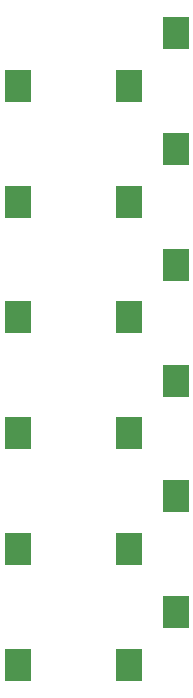
<source format=gbr>
G04 #@! TF.GenerationSoftware,KiCad,Pcbnew,(5.0.1)-rc2*
G04 #@! TF.CreationDate,2018-11-16T12:43:18-05:00*
G04 #@! TF.ProjectId,ASDR,415344522E6B696361645F7063620000,rev?*
G04 #@! TF.SameCoordinates,Original*
G04 #@! TF.FileFunction,Paste,Top*
G04 #@! TF.FilePolarity,Positive*
%FSLAX46Y46*%
G04 Gerber Fmt 4.6, Leading zero omitted, Abs format (unit mm)*
G04 Created by KiCad (PCBNEW (5.0.1)-rc2) date 11/16/2018 12:43:18 PM*
%MOMM*%
%LPD*%
G01*
G04 APERTURE LIST*
%ADD10R,2.200000X2.800000*%
G04 APERTURE END LIST*
D10*
G04 #@! TO.C,J6*
X127676000Y-135749600D03*
X123676000Y-140199600D03*
X114276000Y-140199600D03*
G04 #@! TD*
G04 #@! TO.C,J7*
X114276000Y-150004000D03*
X123676000Y-150004000D03*
X127676000Y-145554000D03*
G04 #@! TD*
G04 #@! TO.C,J4*
X127676000Y-96532000D03*
X123676000Y-100982000D03*
X114276000Y-100982000D03*
G04 #@! TD*
G04 #@! TO.C,J5*
X114276000Y-110786400D03*
X123676000Y-110786400D03*
X127676000Y-106336400D03*
G04 #@! TD*
G04 #@! TO.C,J3*
X127676000Y-116140800D03*
X123676000Y-120590800D03*
X114276000Y-120590800D03*
G04 #@! TD*
G04 #@! TO.C,J2*
X114276000Y-130395200D03*
X123676000Y-130395200D03*
X127676000Y-125945200D03*
G04 #@! TD*
M02*

</source>
